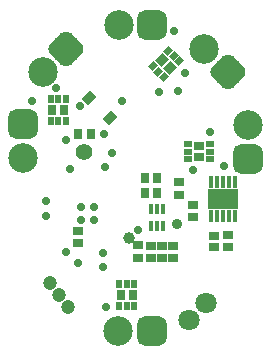
<source format=gbs>
G04*
G04 #@! TF.GenerationSoftware,Altium Limited,Altium Designer,20.0.10 (225)*
G04*
G04 Layer_Color=16711935*
%FSLAX25Y25*%
%MOIN*%
G70*
G01*
G75*
%ADD35C,0.07099*%
G04:AMPARAMS|DCode=40|XSize=98.55mil|YSize=98.55mil|CornerRadius=26.64mil|HoleSize=0mil|Usage=FLASHONLY|Rotation=90.000|XOffset=0mil|YOffset=0mil|HoleType=Round|Shape=RoundedRectangle|*
%AMROUNDEDRECTD40*
21,1,0.09855,0.04528,0,0,90.0*
21,1,0.04528,0.09855,0,0,90.0*
1,1,0.05328,0.02264,0.02264*
1,1,0.05328,0.02264,-0.02264*
1,1,0.05328,-0.02264,-0.02264*
1,1,0.05328,-0.02264,0.02264*
%
%ADD40ROUNDEDRECTD40*%
%ADD41C,0.09855*%
G04:AMPARAMS|DCode=42|XSize=98.55mil|YSize=98.55mil|CornerRadius=26.64mil|HoleSize=0mil|Usage=FLASHONLY|Rotation=45.000|XOffset=0mil|YOffset=0mil|HoleType=Round|Shape=RoundedRectangle|*
%AMROUNDEDRECTD42*
21,1,0.09855,0.04528,0,0,45.0*
21,1,0.04528,0.09855,0,0,45.0*
1,1,0.05328,0.03202,0.00000*
1,1,0.05328,0.00000,-0.03202*
1,1,0.05328,-0.03202,0.00000*
1,1,0.05328,0.00000,0.03202*
%
%ADD42ROUNDEDRECTD42*%
G04:AMPARAMS|DCode=43|XSize=98.55mil|YSize=98.55mil|CornerRadius=26.64mil|HoleSize=0mil|Usage=FLASHONLY|Rotation=0.000|XOffset=0mil|YOffset=0mil|HoleType=Round|Shape=RoundedRectangle|*
%AMROUNDEDRECTD43*
21,1,0.09855,0.04528,0,0,0.0*
21,1,0.04528,0.09855,0,0,0.0*
1,1,0.05328,0.02264,-0.02264*
1,1,0.05328,-0.02264,-0.02264*
1,1,0.05328,-0.02264,0.02264*
1,1,0.05328,0.02264,0.02264*
%
%ADD43ROUNDEDRECTD43*%
G04:AMPARAMS|DCode=44|XSize=98.55mil|YSize=98.55mil|CornerRadius=26.64mil|HoleSize=0mil|Usage=FLASHONLY|Rotation=315.000|XOffset=0mil|YOffset=0mil|HoleType=Round|Shape=RoundedRectangle|*
%AMROUNDEDRECTD44*
21,1,0.09855,0.04528,0,0,315.0*
21,1,0.04528,0.09855,0,0,315.0*
1,1,0.05328,0.00000,-0.03202*
1,1,0.05328,-0.03202,0.00000*
1,1,0.05328,0.00000,0.03202*
1,1,0.05328,0.03202,0.00000*
%
%ADD44ROUNDEDRECTD44*%
%ADD45C,0.03950*%
%ADD48R,0.03162X0.03556*%
%ADD49R,0.03556X0.03162*%
%ADD52C,0.02769*%
%ADD53C,0.08674*%
%ADD54C,0.04737*%
%ADD55C,0.05524*%
G04:AMPARAMS|DCode=80|XSize=35.56mil|YSize=30.44mil|CornerRadius=0mil|HoleSize=0mil|Usage=FLASHONLY|Rotation=45.000|XOffset=0mil|YOffset=0mil|HoleType=Round|Shape=Rectangle|*
%AMROTATEDRECTD80*
4,1,4,-0.00181,-0.02334,-0.02334,-0.00181,0.00181,0.02334,0.02334,0.00181,-0.00181,-0.02334,0.0*
%
%ADD80ROTATEDRECTD80*%

G04:AMPARAMS|DCode=81|XSize=26.5mil|YSize=21.78mil|CornerRadius=0mil|HoleSize=0mil|Usage=FLASHONLY|Rotation=225.000|XOffset=0mil|YOffset=0mil|HoleType=Round|Shape=Rectangle|*
%AMROTATEDRECTD81*
4,1,4,0.00167,0.01707,0.01707,0.00167,-0.00167,-0.01707,-0.01707,-0.00167,0.00167,0.01707,0.0*
%
%ADD81ROTATEDRECTD81*%

%ADD82R,0.02650X0.02178*%
%ADD83R,0.03556X0.03044*%
%ADD84R,0.03044X0.03556*%
%ADD85R,0.02178X0.02650*%
%ADD86R,0.02769X0.03556*%
%ADD87R,0.03556X0.02769*%
%ADD88R,0.10052X0.07021*%
%ADD89R,0.01824X0.04107*%
G04:AMPARAMS|DCode=90|XSize=31.62mil|YSize=39.5mil|CornerRadius=0mil|HoleSize=0mil|Usage=FLASHONLY|Rotation=315.000|XOffset=0mil|YOffset=0mil|HoleType=Round|Shape=Rectangle|*
%AMROTATEDRECTD90*
4,1,4,-0.02514,-0.00278,0.00278,0.02514,0.02514,0.00278,-0.00278,-0.02514,-0.02514,-0.00278,0.0*
%
%ADD90ROTATEDRECTD90*%

%ADD91R,0.01706X0.03556*%
%ADD92C,0.03556*%
D35*
X63224Y13762D02*
D03*
X57600Y8138D02*
D03*
D40*
X2071Y73255D02*
D03*
X77154Y61864D02*
D03*
D41*
X2071Y62034D02*
D03*
X8668Y90606D02*
D03*
X34061Y106465D02*
D03*
X62476Y98540D02*
D03*
X33790Y4315D02*
D03*
X77154Y73084D02*
D03*
X2071Y73255D02*
D03*
X16602Y98540D02*
D03*
X45282Y106465D02*
D03*
X70410Y90606D02*
D03*
X45010Y4315D02*
D03*
X77154Y61864D02*
D03*
D42*
X16602Y98540D02*
D03*
D43*
X45282Y106465D02*
D03*
X45010Y4315D02*
D03*
D44*
X70410Y90606D02*
D03*
D45*
X57600Y8138D02*
D03*
X63224Y13762D02*
D03*
X37366Y35289D02*
D03*
D48*
X46815Y55269D02*
D03*
X42878D02*
D03*
X46815Y50446D02*
D03*
X42878D02*
D03*
D49*
X70509Y36273D02*
D03*
Y32336D02*
D03*
X65952Y36175D02*
D03*
Y32238D02*
D03*
X20578Y33714D02*
D03*
Y37651D02*
D03*
X44729Y28863D02*
D03*
Y32800D02*
D03*
X48528D02*
D03*
Y28863D02*
D03*
X58964Y42474D02*
D03*
Y46411D02*
D03*
X52169Y28891D02*
D03*
Y32828D02*
D03*
D52*
X58928Y57966D02*
D03*
X16621Y68164D02*
D03*
X21635Y45722D02*
D03*
X25966D02*
D03*
X21635Y41391D02*
D03*
X25966D02*
D03*
X40656Y38104D02*
D03*
X29987Y12454D02*
D03*
X64482Y70820D02*
D03*
X56306Y90338D02*
D03*
X47352Y84087D02*
D03*
X52643Y104482D02*
D03*
X12999Y85272D02*
D03*
X21312Y79457D02*
D03*
X5269Y80958D02*
D03*
X9948Y42572D02*
D03*
X53747Y84305D02*
D03*
X29534Y59108D02*
D03*
X28747Y30466D02*
D03*
X31897Y63832D02*
D03*
X69298Y59305D02*
D03*
X29141Y70033D02*
D03*
X35145Y80958D02*
D03*
X20578Y27120D02*
D03*
X17773Y58320D02*
D03*
X16641Y30860D02*
D03*
X9751Y47789D02*
D03*
X28747Y25840D02*
D03*
D53*
X2071Y62034D02*
D03*
X8668Y90606D02*
D03*
X34061Y106465D02*
D03*
X62476Y98540D02*
D03*
X33790Y4315D02*
D03*
X77154Y73084D02*
D03*
D54*
X17217Y12454D02*
D03*
X14208Y16447D02*
D03*
X11199Y20441D02*
D03*
D55*
X22448Y64127D02*
D03*
D80*
X48466Y94852D02*
D03*
X51250Y92068D02*
D03*
D81*
X54270Y94253D02*
D03*
X52461Y96063D02*
D03*
X50651Y97873D02*
D03*
X45445Y92667D02*
D03*
X47255Y90857D02*
D03*
X49064Y89048D02*
D03*
D82*
X64482Y66785D02*
D03*
Y64226D02*
D03*
Y61667D02*
D03*
X57119D02*
D03*
Y64226D02*
D03*
Y66785D02*
D03*
D83*
X60800Y66194D02*
D03*
Y62257D02*
D03*
D84*
X38688Y16447D02*
D03*
X34751D02*
D03*
X15867Y78163D02*
D03*
X11930D02*
D03*
D85*
X34160Y12766D02*
D03*
X36719D02*
D03*
X39278D02*
D03*
Y20129D02*
D03*
X36719D02*
D03*
X34160D02*
D03*
X16457Y74482D02*
D03*
X13898D02*
D03*
X11339D02*
D03*
Y81844D02*
D03*
X13898D02*
D03*
X16457D02*
D03*
D86*
X24982Y70033D02*
D03*
X20651D02*
D03*
D87*
X54154Y49856D02*
D03*
Y54187D02*
D03*
X40656Y28694D02*
D03*
Y33025D02*
D03*
D88*
X68731Y48304D02*
D03*
D89*
X64794Y42654D02*
D03*
X66762D02*
D03*
X68731D02*
D03*
X70699D02*
D03*
X72668D02*
D03*
Y53954D02*
D03*
X70699D02*
D03*
X68731D02*
D03*
X66762D02*
D03*
X64794D02*
D03*
D90*
X31024Y75250D02*
D03*
X24064Y82209D02*
D03*
D91*
X48882Y39423D02*
D03*
X46913D02*
D03*
X44945D02*
D03*
X48882Y44935D02*
D03*
X46913D02*
D03*
X44945D02*
D03*
D92*
X53606Y39915D02*
D03*
M02*

</source>
